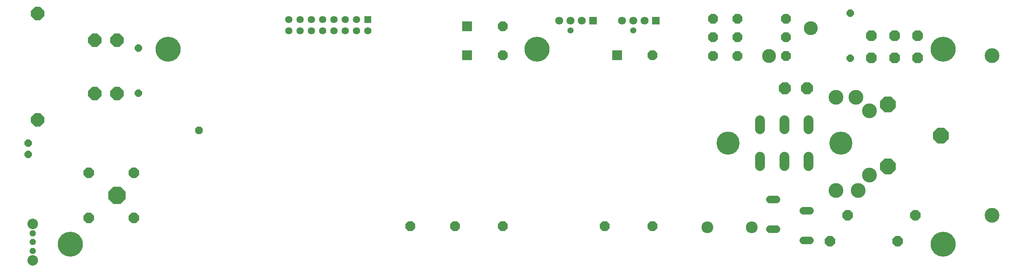
<source format=gbs>
G75*
%MOIN*%
%OFA0B0*%
%FSLAX25Y25*%
%IPPOS*%
%LPD*%
%AMOC8*
5,1,8,0,0,1.08239X$1,22.5*
%
%ADD10C,0.13098*%
%ADD11OC8,0.09350*%
%ADD12C,0.10500*%
%ADD13C,0.06500*%
%ADD14OC8,0.06500*%
%ADD15OC8,0.10500*%
%ADD16OC8,0.08768*%
%ADD17C,0.12311*%
%ADD18OC8,0.13886*%
%ADD19OC8,0.11768*%
%ADD20C,0.20500*%
%ADD21OC8,0.09100*%
%ADD22OC8,0.15500*%
%ADD23C,0.08750*%
%ADD24R,0.07100X0.07100*%
%ADD25C,0.07100*%
%ADD26C,0.05421*%
%ADD27R,0.06406X0.06406*%
%ADD28C,0.06406*%
%ADD29OC8,0.06406*%
%ADD30OC8,0.09555*%
%ADD31OC8,0.06996*%
%ADD32R,0.08768X0.08768*%
%ADD33OC8,0.05224*%
%ADD34C,0.09358*%
%ADD35C,0.22154*%
D10*
X0835707Y0127449D03*
X0855392Y0127449D03*
X0865235Y0141228D03*
X0974054Y0105390D03*
X0865235Y0198315D03*
X0853424Y0210126D03*
X0835707Y0210126D03*
X0974054Y0247122D03*
D11*
X0905851Y0105646D03*
X0845851Y0105646D03*
X0830288Y0082396D03*
X0890288Y0082396D03*
D12*
X0761070Y0094864D03*
X0721699Y0094864D03*
D13*
X0777056Y0093114D02*
X0783056Y0093114D01*
X0806583Y0083114D02*
X0812583Y0083114D01*
X0812552Y0109396D02*
X0806552Y0109396D01*
X0783024Y0119396D02*
X0777024Y0119396D01*
D14*
X0848320Y0244896D03*
X0848320Y0284896D03*
X0217288Y0253927D03*
X0217288Y0213927D03*
D15*
X0790227Y0218146D03*
X0809912Y0218146D03*
D16*
X0791320Y0246860D03*
X0748396Y0246860D03*
X0726743Y0246860D03*
X0726743Y0263396D03*
X0748396Y0263396D03*
X0791320Y0263396D03*
X0791320Y0279931D03*
X0748396Y0279931D03*
X0726743Y0279931D03*
X0673056Y0247484D03*
X0540306Y0247484D03*
X0540306Y0273075D03*
X0540306Y0095909D03*
X0497983Y0095909D03*
X0458416Y0095909D03*
X0630733Y0095909D03*
X0673056Y0095909D03*
D17*
X0776162Y0246860D03*
X0813170Y0271663D03*
D18*
X0881534Y0203815D03*
X0928778Y0176256D03*
X0881534Y0148697D03*
D19*
X0198463Y0213657D03*
X0178778Y0213657D03*
X0127991Y0190035D03*
X0178778Y0260902D03*
X0198463Y0260902D03*
X0127991Y0284524D03*
D20*
X0739820Y0169646D03*
X0839820Y0169646D03*
D21*
X0213424Y0143106D03*
X0173424Y0143106D03*
X0173424Y0103106D03*
X0213424Y0103106D03*
D22*
X0198463Y0123106D03*
D23*
X0768320Y0149271D02*
X0768320Y0157521D01*
X0789820Y0157521D02*
X0789820Y0149271D01*
X0811320Y0149271D02*
X0811320Y0157521D01*
X0811320Y0181771D02*
X0811320Y0190021D01*
X0789820Y0190021D02*
X0789820Y0181771D01*
X0768320Y0181771D02*
X0768320Y0190021D01*
D24*
X0675820Y0278146D03*
X0620320Y0278146D03*
D25*
X0610320Y0278146D03*
X0600320Y0278146D03*
X0590320Y0278146D03*
X0645820Y0278146D03*
X0655820Y0278146D03*
X0665820Y0278146D03*
D26*
X0655820Y0269642D03*
X0600320Y0269642D03*
D27*
X0420570Y0279146D03*
D28*
X0410570Y0279146D03*
X0400570Y0279146D03*
X0390570Y0279146D03*
X0380570Y0279146D03*
X0370570Y0279146D03*
X0360570Y0279146D03*
X0350570Y0279146D03*
X0350570Y0269146D03*
X0360570Y0269146D03*
X0370570Y0269146D03*
X0380570Y0269146D03*
X0390570Y0269146D03*
X0400570Y0269146D03*
X0410570Y0269146D03*
X0420570Y0269146D03*
D29*
X0119723Y0169445D03*
X0119723Y0159445D03*
D30*
X0867070Y0245303D03*
X0887570Y0245303D03*
X0908070Y0245303D03*
X0908070Y0264988D03*
X0887570Y0264988D03*
X0867070Y0264988D03*
D31*
X0271070Y0180896D03*
D32*
X0508810Y0247484D03*
X0508810Y0273075D03*
X0641560Y0247484D03*
D33*
X0123660Y0089642D03*
X0123660Y0081768D03*
X0123660Y0073894D03*
D34*
X0123660Y0065626D03*
X0123660Y0097909D03*
D35*
X0157125Y0079799D03*
X0243739Y0253028D03*
X0570510Y0253028D03*
X0930747Y0253028D03*
X0930747Y0079799D03*
M02*

</source>
